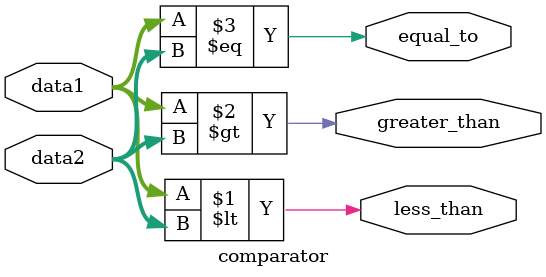
<source format=v>
module comparator(less_than, greater_than,equal_to, data1, data2);
    input [15:0]data1, data2;
    output less_than, greater_than, equal_to;

    assign less_than = (data1 < data2);
    assign greater_than = (data1 > data2);
    assign equal_to = (data1 == data2);
endmodule
</source>
